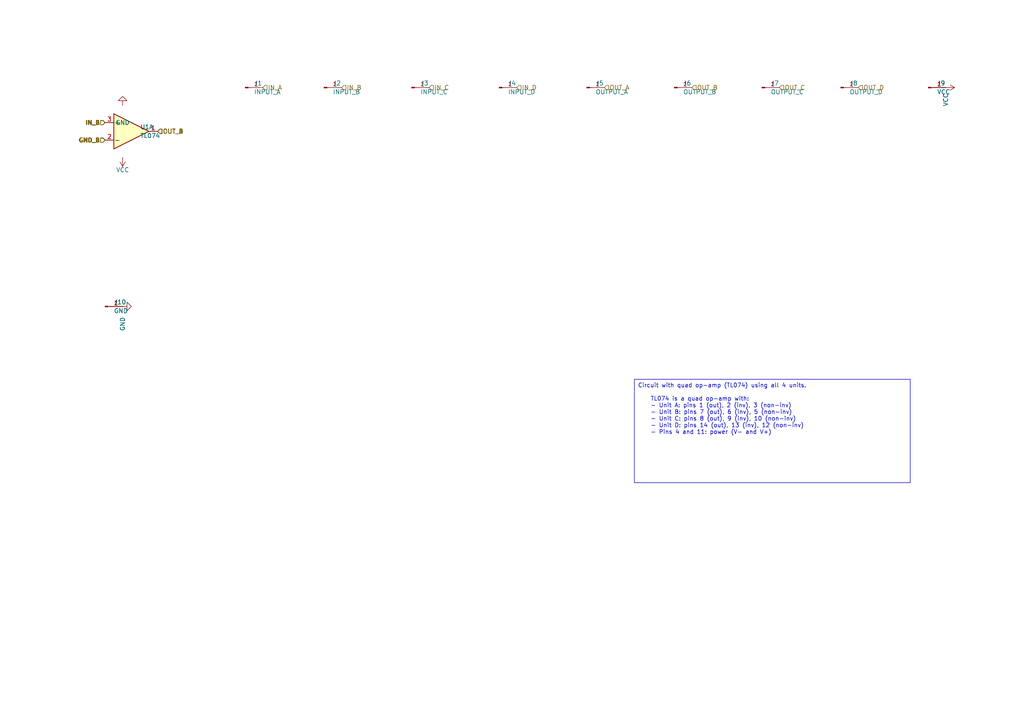
<source format=kicad_sch>
(kicad_sch (version 20250114) (generator "circuit_synth") (generator_version "0.8.36")
  (paper "A4")
  (title_block (title "quad_opamp"))
  (lib_symbols
    (symbol "Amplifier_Operational:TL074"
      (property "Reference" "U" (at 0 5.08 0))
      (property "Value" "TL074" (at 0 -5.08 0))
      (pin_names (offset 0.127))
      (symbol "TL074_1_1"
        (polyline (pts (xy -5.08 5.08) (xy 5.08 0) (xy -5.08 -5.08) (xy -5.08 5.08)) (stroke (width 0.254)) (fill (type background)))
        (pin input line (at -7.62 2.54 0) (length 2.54) (name "+") (number "3"))
        (pin input line (at -7.62 -2.54 0) (length 2.54) (name "-") (number "2"))
        (pin output line (at 7.62 0 180) (length 2.54) (name "~") (number "1"))
      )
      (symbol "TL074_2_1"
        (polyline (pts (xy -5.08 5.08) (xy 5.08 0) (xy -5.08 -5.08) (xy -5.08 5.08)) (stroke (width 0.254)) (fill (type background)))
        (pin input line (at -7.62 2.54 0) (length 2.54) (name "+") (number "5"))
        (pin input line (at -7.62 -2.54 0) (length 2.54) (name "-") (number "6"))
        (pin output line (at 7.62 0 180) (length 2.54) (name "~") (number "7"))
      )
      (symbol "TL074_3_1"
        (polyline (pts (xy -5.08 5.08) (xy 5.08 0) (xy -5.08 -5.08) (xy -5.08 5.08)) (stroke (width 0.254)) (fill (type background)))
        (pin input line (at -7.62 2.54 0) (length 2.54) (name "+") (number "10"))
        (pin input line (at -7.62 -2.54 0) (length 2.54) (name "-") (number "9"))
        (pin output line (at 7.62 0 180) (length 2.54) (name "~") (number "8"))
      )
      (symbol "TL074_4_1"
        (polyline (pts (xy -5.08 5.08) (xy 5.08 0) (xy -5.08 -5.08) (xy -5.08 5.08)) (stroke (width 0.254)) (fill (type background)))
        (pin input line (at -7.62 2.54 0) (length 2.54) (name "+") (number "12"))
        (pin input line (at -7.62 -2.54 0) (length 2.54) (name "-") (number "13"))
        (pin output line (at 7.62 0 180) (length 2.54) (name "~") (number "14"))
      )
      (symbol "TL074_5_1"
        (pin power_in line (at -2.54 7.62 270) (length 3.81) (name "V+") (number "4"))
        (pin power_in line (at -2.54 -7.62 90) (length 3.81) (name "V-") (number "11"))
      )
    )
    (symbol "Connector:Conn_01x01_Pin" (pin_names (offset 1.016) (hide yes))
      (property "Reference" "J" (at 0 2.54 0))
      (property "Value" "Conn_01x01_Pin" (at 0 -2.54 0))
      (symbol "Conn_01x01_Pin_1_1"
        (rectangle (start 0.8636 0.127) (end 0 -0.127) (stroke (width 0.1524)) (fill (type outline)))
        (polyline (pts (xy 1.27 0) (xy 0.8636 0)) (stroke (width 0.1524)))
        (pin passive line (at 5.08 0 180) (length 3.81) (name "Pin_1") (number "1"))
      )
    )
    (symbol "power:GND" (power) (pin_numbers (hide yes)) (pin_names (offset 0) (hide yes))
      (property "Value" "GND" (at 0 -3.81 0))
      (symbol "GND_0_1"
        (polyline (pts (xy 0 0) (xy 0 -1.27) (xy 1.27 -1.27) (xy 0 -2.54) (xy -1.27 -1.27) (xy 0 -1.27)))
      )
      (symbol "GND_1_1"
        (pin power_in line (at 0 0 270) (length 0) (name "~") (number "1"))
      )
    )
    (symbol "power:VCC" (power) (pin_numbers (hide yes)) (pin_names (offset 0) (hide yes))
      (property "Value" "VCC" (at 0 3.556 0))
      (symbol "VCC_0_1"
        (polyline (pts (xy -0.762 1.27) (xy 0 2.54)))
        (polyline (pts (xy 0 2.54) (xy 0.762 1.27)))
        (polyline (pts (xy 0 0) (xy 0 2.54)))
      )
      (symbol "VCC_1_1"
        (pin power_in line (at 0 0 90) (length 0) (name "~") (number "1"))
      )
    )
  )
  (symbol (lib_id "Amplifier_Operational:TL074") (at 38.1 38.1 0) (unit 1)
    (property "Reference" "U1" (at 40.64 36.8299 0) (effects (justify left)))
    (property "Value" "TL074" (at 40.64 39.3699 0) (effects (justify left)))
    (property "Footprint" "Package_DIP:DIP-14_W7.62mm" (effects (hide yes)))
    (property "hierarchy_path" "/8bbedc65-b331-4fce-9e2f-92cc78c133d3" (effects (hide yes)))
    (property "project_name" "quad_opamp" (effects (hide yes)))
    (property "root_uuid" "8bbedc65-b331-4fce-9e2f-92cc78c133d3" (effects (hide yes)))
  )
  (symbol (lib_id "Connector:Conn_01x01_Pin") (at 71.12 25.4 0) (unit 1)
    (property "Reference" "J1" (at 73.66 24.1299 0) (effects (justify left)))
    (property "Value" "INPUT_A" (at 73.66 26.6699 0) (effects (justify left)))
    (property "Footprint" "Connector_PinHeader_2.54mm:PinHeader_1x01_P2.54mm_Vertical" (effects (hide yes)))
    (property "hierarchy_path" "/8bbedc65-b331-4fce-9e2f-92cc78c133d3" (effects (hide yes)))
    (property "project_name" "quad_opamp" (effects (hide yes)))
    (property "root_uuid" "8bbedc65-b331-4fce-9e2f-92cc78c133d3" (effects (hide yes)))
  )
  (symbol (lib_id "Connector:Conn_01x01_Pin") (at 93.98 25.4 0) (unit 1)
    (property "Reference" "J2" (at 96.52 24.1299 0) (effects (justify left)))
    (property "Value" "INPUT_B" (at 96.52 26.6699 0) (effects (justify left)))
    (property "Footprint" "Connector_PinHeader_2.54mm:PinHeader_1x01_P2.54mm_Vertical" (effects (hide yes)))
    (property "hierarchy_path" "/8bbedc65-b331-4fce-9e2f-92cc78c133d3" (effects (hide yes)))
    (property "project_name" "quad_opamp" (effects (hide yes)))
    (property "root_uuid" "8bbedc65-b331-4fce-9e2f-92cc78c133d3" (effects (hide yes)))
  )
  (symbol (lib_id "Connector:Conn_01x01_Pin") (at 119.38 25.4 0) (unit 1)
    (property "Reference" "J3" (at 121.92 24.1299 0) (effects (justify left)))
    (property "Value" "INPUT_C" (at 121.92 26.6699 0) (effects (justify left)))
    (property "Footprint" "Connector_PinHeader_2.54mm:PinHeader_1x01_P2.54mm_Vertical" (effects (hide yes)))
    (property "hierarchy_path" "/8bbedc65-b331-4fce-9e2f-92cc78c133d3" (effects (hide yes)))
    (property "project_name" "quad_opamp" (effects (hide yes)))
    (property "root_uuid" "8bbedc65-b331-4fce-9e2f-92cc78c133d3" (effects (hide yes)))
  )
  (symbol (lib_id "Connector:Conn_01x01_Pin") (at 144.78 25.4 0) (unit 1)
    (property "Reference" "J4" (at 147.32 24.1299 0) (effects (justify left)))
    (property "Value" "INPUT_D" (at 147.32 26.6699 0) (effects (justify left)))
    (property "Footprint" "Connector_PinHeader_2.54mm:PinHeader_1x01_P2.54mm_Vertical" (effects (hide yes)))
    (property "hierarchy_path" "/8bbedc65-b331-4fce-9e2f-92cc78c133d3" (effects (hide yes)))
    (property "project_name" "quad_opamp" (effects (hide yes)))
    (property "root_uuid" "8bbedc65-b331-4fce-9e2f-92cc78c133d3" (effects (hide yes)))
  )
  (symbol (lib_id "Connector:Conn_01x01_Pin") (at 170.18 25.4 0) (unit 1)
    (property "Reference" "J5" (at 172.72 24.1299 0) (effects (justify left)))
    (property "Value" "OUTPUT_A" (at 172.72 26.6699 0) (effects (justify left)))
    (property "Footprint" "Connector_PinHeader_2.54mm:PinHeader_1x01_P2.54mm_Vertical" (effects (hide yes)))
    (property "hierarchy_path" "/8bbedc65-b331-4fce-9e2f-92cc78c133d3" (effects (hide yes)))
    (property "project_name" "quad_opamp" (effects (hide yes)))
    (property "root_uuid" "8bbedc65-b331-4fce-9e2f-92cc78c133d3" (effects (hide yes)))
  )
  (symbol (lib_id "Connector:Conn_01x01_Pin") (at 195.58 25.4 0) (unit 1)
    (property "Reference" "J6" (at 198.12 24.1299 0) (effects (justify left)))
    (property "Value" "OUTPUT_B" (at 198.12 26.6699 0) (effects (justify left)))
    (property "Footprint" "Connector_PinHeader_2.54mm:PinHeader_1x01_P2.54mm_Vertical" (effects (hide yes)))
    (property "hierarchy_path" "/8bbedc65-b331-4fce-9e2f-92cc78c133d3" (effects (hide yes)))
    (property "project_name" "quad_opamp" (effects (hide yes)))
    (property "root_uuid" "8bbedc65-b331-4fce-9e2f-92cc78c133d3" (effects (hide yes)))
  )
  (symbol (lib_id "Connector:Conn_01x01_Pin") (at 220.98 25.4 0) (unit 1)
    (property "Reference" "J7" (at 223.52 24.1299 0) (effects (justify left)))
    (property "Value" "OUTPUT_C" (at 223.52 26.6699 0) (effects (justify left)))
    (property "Footprint" "Connector_PinHeader_2.54mm:PinHeader_1x01_P2.54mm_Vertical" (effects (hide yes)))
    (property "hierarchy_path" "/8bbedc65-b331-4fce-9e2f-92cc78c133d3" (effects (hide yes)))
    (property "project_name" "quad_opamp" (effects (hide yes)))
    (property "root_uuid" "8bbedc65-b331-4fce-9e2f-92cc78c133d3" (effects (hide yes)))
  )
  (symbol (lib_id "Connector:Conn_01x01_Pin") (at 243.84 25.4 0) (unit 1)
    (property "Reference" "J8" (at 246.38 24.1299 0) (effects (justify left)))
    (property "Value" "OUTPUT_D" (at 246.38 26.6699 0) (effects (justify left)))
    (property "Footprint" "Connector_PinHeader_2.54mm:PinHeader_1x01_P2.54mm_Vertical" (effects (hide yes)))
    (property "hierarchy_path" "/8bbedc65-b331-4fce-9e2f-92cc78c133d3" (effects (hide yes)))
    (property "project_name" "quad_opamp" (effects (hide yes)))
    (property "root_uuid" "8bbedc65-b331-4fce-9e2f-92cc78c133d3" (effects (hide yes)))
  )
  (symbol (lib_id "Connector:Conn_01x01_Pin") (at 269.24 25.4 0) (unit 1)
    (property "Reference" "J9" (at 271.78 24.1299 0) (effects (justify left)))
    (property "Value" "VCC" (at 271.78 26.6699 0) (effects (justify left)))
    (property "Footprint" "Connector_PinHeader_2.54mm:PinHeader_1x01_P2.54mm_Vertical" (effects (hide yes)))
    (property "hierarchy_path" "/8bbedc65-b331-4fce-9e2f-92cc78c133d3" (effects (hide yes)))
    (property "project_name" "quad_opamp" (effects (hide yes)))
    (property "root_uuid" "8bbedc65-b331-4fce-9e2f-92cc78c133d3" (effects (hide yes)))
  )
  (symbol (lib_id "Connector:Conn_01x01_Pin") (at 30.48 88.9 0) (unit 1)
    (property "Reference" "J10" (at 33.02 87.6299 0) (effects (justify left)))
    (property "Value" "GND" (at 33.02 90.1699 0) (effects (justify left)))
    (property "Footprint" "Connector_PinHeader_2.54mm:PinHeader_1x01_P2.54mm_Vertical" (effects (hide yes)))
    (property "hierarchy_path" "/8bbedc65-b331-4fce-9e2f-92cc78c133d3" (effects (hide yes)))
    (property "project_name" "quad_opamp" (effects (hide yes)))
    (property "root_uuid" "8bbedc65-b331-4fce-9e2f-92cc78c133d3" (effects (hide yes)))
  )
  (symbol (lib_id "power:GND") (at 35.56 30.48 180) (unit 1)
    (property "Reference" "#PWR001" (effects (hide yes)))
    (property "Value" "GND" (at 35.56 35.56 0))
  )
  (symbol (lib_id "power:GND") (at 35.56 88.9 90) (unit 1)
    (property "Reference" "#PWR002" (effects (hide yes)))
    (property "Value" "GND" (at 35.56 93.98 0))
  )
  (symbol (lib_id "power:VCC") (at 35.56 45.72 180) (unit 1)
    (property "Reference" "#PWR003" (effects (hide yes)))
    (property "Value" "VCC" (at 35.56 49.276 0))
  )
  (symbol (lib_id "power:VCC") (at 274.32 25.4 270) (unit 1)
    (property "Reference" "#PWR004" (effects (hide yes)))
    (property "Value" "VCC" (at 274.32 28.956 0))
  )
  (hierarchical_label "IN_A" (shape input) (at 30.48 35.56 180))
  (hierarchical_label "IN_A" (shape input) (at 76.2 25.4 0.0000))
  (hierarchical_label "GND_A" (shape input) (at 30.48 40.64 180))
  (hierarchical_label "OUT_A" (shape input) (at 45.72 38.1 0.0000))
  (hierarchical_label "OUT_A" (shape input) (at 175.26 25.4 0.0000))
  (hierarchical_label "IN_B" (shape input) (at 30.48 35.56 180))
  (hierarchical_label "IN_B" (shape input) (at 99.06 25.4 0.0000))
  (hierarchical_label "GND_B" (shape input) (at 30.48 40.64 180))
  (hierarchical_label "OUT_B" (shape input) (at 45.72 38.1 0.0000))
  (hierarchical_label "OUT_B" (shape input) (at 200.66 25.4 0.0000))
  (hierarchical_label "IN_C" (shape input) (at 30.48 35.56 180))
  (hierarchical_label "IN_C" (shape input) (at 124.46 25.4 0.0000))
  (hierarchical_label "GND_C" (shape input) (at 30.48 40.64 180))
  (hierarchical_label "OUT_C" (shape input) (at 45.72 38.1 0.0000))
  (hierarchical_label "OUT_C" (shape input) (at 226.06 25.4 0.0000))
  (hierarchical_label "IN_D" (shape input) (at 30.48 35.56 180))
  (hierarchical_label "IN_D" (shape input) (at 149.86 25.4 0.0000))
  (hierarchical_label "GND_D" (shape input) (at 30.48 40.64 180))
  (hierarchical_label "OUT_D" (shape input) (at 45.72 38.1 0.0000))
  (hierarchical_label "OUT_D" (shape input) (at 248.92 25.4 0.0000))
  (text_box "Circuit with quad op-amp (TL074) using all 4 units.\n\n    TL074 is a quad op-amp with:\n    - Unit A: pins 1 (out), 2 (inv), 3 (non-inv)\n    - Unit B: pins 7 (out), 6 (inv), 5 (non-inv)\n    - Unit C: pins 8 (out), 9 (inv), 10 (non-inv)\n    - Unit D: pins 14 (out), 13 (inv), 12 (non-inv)\n    - Pins 4 and 11: power (V- and V+)" (at 184 110 0) (size 80 30) (margins 1 1 1 1) (effects (font (size 1.2 1.2)) (justify left top)))
)
</source>
